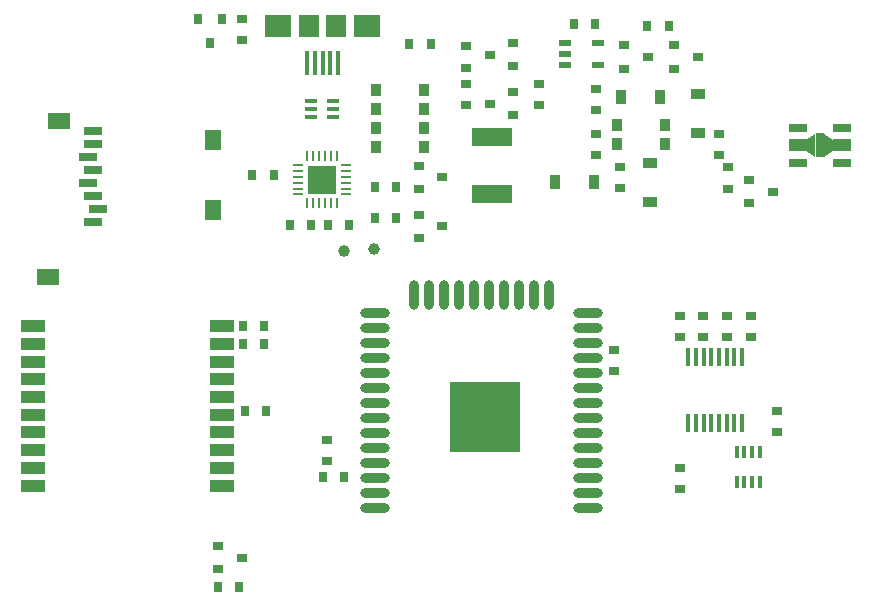
<source format=gbr>
G04 #@! TF.FileFunction,Paste,Top*
%FSLAX46Y46*%
G04 Gerber Fmt 4.6, Leading zero omitted, Abs format (unit mm)*
G04 Created by KiCad (PCBNEW 4.0.6) date 12/03/17 23:21:02*
%MOMM*%
%LPD*%
G01*
G04 APERTURE LIST*
%ADD10C,1.000000*%
%ADD11R,1.900000X1.400000*%
%ADD12R,1.400000X1.800000*%
%ADD13R,1.500000X0.700000*%
%ADD14R,0.350000X1.600000*%
%ADD15R,0.350000X1.000000*%
%ADD16C,1.000000*%
%ADD17O,2.500000X0.900000*%
%ADD18O,0.900000X2.500000*%
%ADD19R,6.000000X6.000000*%
%ADD20R,0.900000X0.700000*%
%ADD21R,0.700000X0.900000*%
%ADD22R,0.900000X0.800000*%
%ADD23R,0.900000X1.000000*%
%ADD24R,1.000000X0.400000*%
%ADD25R,0.400000X2.000000*%
%ADD26R,1.800000X1.900000*%
%ADD27R,2.300000X1.900000*%
%ADD28O,0.250000X1.000000*%
%ADD29O,1.000000X0.250000*%
%ADD30R,2.450000X2.450000*%
%ADD31R,0.900000X1.200000*%
%ADD32R,1.200000X0.900000*%
%ADD33R,3.500000X1.600000*%
%ADD34R,1.100000X0.600000*%
%ADD35R,1.500000X1.000000*%
%ADD36R,0.800000X2.000000*%
%ADD37R,2.000000X1.000000*%
%ADD38R,0.800000X0.900000*%
G04 APERTURE END LIST*
D10*
D11*
X53700000Y-59600000D03*
X52800000Y-72800000D03*
D12*
X66800000Y-61200000D03*
X66800000Y-67200000D03*
D13*
X56600000Y-60500000D03*
X56600000Y-61600000D03*
X56200000Y-62700000D03*
X56600000Y-63800000D03*
X56200000Y-64900000D03*
X56600000Y-66000000D03*
X57000000Y-67100000D03*
X56600000Y-68200000D03*
D14*
X111575000Y-85200000D03*
X111575000Y-79600000D03*
X110925000Y-85200000D03*
X110925000Y-79600000D03*
X110275000Y-85200000D03*
X110275000Y-79600000D03*
X109625000Y-85200000D03*
X109625000Y-79600000D03*
X108975000Y-85200000D03*
X108975000Y-79600000D03*
X108325000Y-85200000D03*
X108325000Y-79600000D03*
X107675000Y-85200000D03*
X107675000Y-79600000D03*
X107025000Y-85200000D03*
X107025000Y-79600000D03*
D15*
X113075000Y-90150000D03*
X112425000Y-90150000D03*
X111775000Y-90150000D03*
X111125000Y-90150000D03*
X111125000Y-87650000D03*
X111775000Y-87650000D03*
X112425000Y-87650000D03*
X113075000Y-87650000D03*
D16*
X80400000Y-70500000D03*
D17*
X80500000Y-92400000D03*
X80500000Y-91130000D03*
X80500000Y-89860000D03*
X80500000Y-88590000D03*
X80500000Y-87320000D03*
X80500000Y-86050000D03*
X80500000Y-84780000D03*
X80500000Y-83510000D03*
X80500000Y-82240000D03*
X80500000Y-80970000D03*
X80500000Y-79700000D03*
X80500000Y-78430000D03*
X80500000Y-77160000D03*
X80500000Y-75890000D03*
D18*
X83785000Y-74400000D03*
X85055000Y-74400000D03*
X86325000Y-74400000D03*
X87595000Y-74400000D03*
X88865000Y-74400000D03*
X90135000Y-74400000D03*
X91405000Y-74400000D03*
X92675000Y-74400000D03*
X93945000Y-74400000D03*
X95215000Y-74400000D03*
D17*
X98500000Y-75890000D03*
X98500000Y-77160000D03*
X98500000Y-78430000D03*
X98500000Y-79700000D03*
X98500000Y-80970000D03*
X98500000Y-82240000D03*
X98500000Y-83510000D03*
X98500000Y-84780000D03*
X98500000Y-86050000D03*
X98500000Y-87320000D03*
X98500000Y-88590000D03*
X98500000Y-89860000D03*
X98500000Y-91130000D03*
X98500000Y-92400000D03*
D19*
X89800000Y-84700000D03*
D20*
X100700000Y-79000000D03*
X100700000Y-80800000D03*
D21*
X67200000Y-99100000D03*
X69000000Y-99100000D03*
D22*
X67200000Y-95600000D03*
X67200000Y-97600000D03*
X69200000Y-96600000D03*
D23*
X80550000Y-57000000D03*
X84649999Y-57000000D03*
X84649999Y-58600000D03*
X80550000Y-58600000D03*
X84650000Y-61800000D03*
X80550001Y-61800000D03*
X80550001Y-60200000D03*
X84650000Y-60200000D03*
D16*
X77900000Y-70600000D03*
D24*
X75050000Y-58600000D03*
X76950000Y-59250000D03*
X76950000Y-57950000D03*
X76950000Y-58600000D03*
X75050000Y-57950000D03*
X75050000Y-59250000D03*
D25*
X77350000Y-54750000D03*
X76700000Y-54750000D03*
X76050000Y-54750000D03*
X75400000Y-54750000D03*
X74750000Y-54750000D03*
D26*
X77200000Y-51600000D03*
D27*
X79800000Y-51600000D03*
X72300000Y-51600000D03*
D26*
X74900000Y-51600000D03*
D28*
X77250000Y-62600000D03*
X76750000Y-62600000D03*
X76250000Y-62600000D03*
X75750000Y-62600000D03*
X75250000Y-62600000D03*
X74750000Y-62600000D03*
D29*
X74000000Y-63350000D03*
X74000000Y-63850000D03*
X74000000Y-64350000D03*
X74000000Y-64850000D03*
X74000000Y-65350000D03*
X74000000Y-65850000D03*
D28*
X74750000Y-66600000D03*
X75250000Y-66600000D03*
X75750000Y-66600000D03*
X76250000Y-66600000D03*
X76750000Y-66600000D03*
X77250000Y-66600000D03*
D29*
X78000000Y-65850000D03*
X78000000Y-65350000D03*
X78000000Y-64850000D03*
X78000000Y-64350000D03*
X78000000Y-63850000D03*
X78000000Y-63350000D03*
D30*
X76000000Y-64600000D03*
D31*
X99050000Y-64800000D03*
X95750000Y-64800000D03*
D32*
X107800000Y-60650000D03*
X107800000Y-57350000D03*
D33*
X90400000Y-60960000D03*
X90400000Y-65840000D03*
D34*
X96600000Y-53000000D03*
X96600000Y-53950000D03*
X96600000Y-54900000D03*
X99400000Y-54900000D03*
X99400000Y-53000000D03*
D10*
G36*
X118550000Y-60700000D02*
X119300000Y-61200000D01*
X119300000Y-62200000D01*
X118550000Y-62700000D01*
X118550000Y-60700000D01*
X118550000Y-60700000D01*
G37*
D13*
X120000000Y-60200000D03*
X120000000Y-63200000D03*
X116300000Y-60200000D03*
D35*
X116300000Y-61700000D03*
D13*
X116300000Y-63200000D03*
D35*
X120000000Y-61700000D03*
D10*
G36*
X117750000Y-62700000D02*
X117000000Y-62200000D01*
X117000000Y-61200000D01*
X117750000Y-60700000D01*
X117750000Y-62700000D01*
X117750000Y-62700000D01*
G37*
D36*
X118150000Y-61700000D03*
D23*
X105050000Y-61600000D03*
X100950001Y-61600000D03*
X100950001Y-60000000D03*
X105050000Y-60000000D03*
D37*
X67500000Y-77000000D03*
X67500000Y-78500000D03*
X67500000Y-80000000D03*
X67500000Y-81500000D03*
X67500000Y-83000000D03*
X67500000Y-84500000D03*
X67500000Y-86000000D03*
X67500000Y-87500000D03*
X67500000Y-89000000D03*
X67500000Y-90500000D03*
X67500000Y-90500000D03*
X67500000Y-89000000D03*
X67500000Y-87500000D03*
X67500000Y-86000000D03*
X67500000Y-84500000D03*
X67500000Y-83000000D03*
X67500000Y-81500000D03*
X67500000Y-80000000D03*
X67500000Y-78500000D03*
X67500000Y-77000000D03*
X51500000Y-77000000D03*
X51500000Y-78500000D03*
X51500000Y-80000000D03*
X51500000Y-81500000D03*
X51500000Y-83000000D03*
X51500000Y-84500000D03*
X51500000Y-86000000D03*
X51500000Y-87500000D03*
X51500000Y-89000000D03*
X51500000Y-90500000D03*
D31*
X101350000Y-57600000D03*
X104650000Y-57600000D03*
D32*
X103800000Y-63150000D03*
X103800000Y-66450000D03*
D20*
X109600000Y-60700000D03*
X109600000Y-62500000D03*
X69200000Y-52800000D03*
X69200000Y-51000000D03*
D21*
X71300000Y-84200000D03*
X69500000Y-84200000D03*
X71100000Y-77000000D03*
X69300000Y-77000000D03*
X71100000Y-78500000D03*
X69300000Y-78500000D03*
X105350000Y-51600000D03*
X103550000Y-51600000D03*
D20*
X99200000Y-60700000D03*
X99200000Y-62500000D03*
X94400000Y-58300000D03*
X94400000Y-56500000D03*
X88200000Y-53300000D03*
X88200000Y-55100000D03*
X88200000Y-58300000D03*
X88200000Y-56500000D03*
X106300000Y-77900000D03*
X106300000Y-76100000D03*
X110300000Y-77900000D03*
X110300000Y-76100000D03*
X112300000Y-77900000D03*
X112300000Y-76100000D03*
X108300000Y-77900000D03*
X108300000Y-76100000D03*
X106300000Y-89000000D03*
X106300000Y-90800000D03*
X76400000Y-88400000D03*
X76400000Y-86600000D03*
X114500000Y-84200000D03*
X114500000Y-86000000D03*
D21*
X76100000Y-89800000D03*
X77900000Y-89800000D03*
X85200000Y-53100000D03*
X83400000Y-53100000D03*
D20*
X99200000Y-56900000D03*
X99200000Y-58700000D03*
D21*
X97300000Y-51400000D03*
X99100000Y-51400000D03*
D20*
X101200000Y-63500000D03*
X101200000Y-65300000D03*
X110400000Y-65350000D03*
X110400000Y-63550000D03*
D21*
X71900000Y-64200000D03*
X70100000Y-64200000D03*
X76500000Y-68400000D03*
X78300000Y-68400000D03*
X75100000Y-68400000D03*
X73300000Y-68400000D03*
X80500000Y-65200000D03*
X82300000Y-65200000D03*
X82300000Y-67800000D03*
X80500000Y-67800000D03*
D38*
X67500000Y-51000000D03*
X65500000Y-51000000D03*
X66500000Y-53000000D03*
D22*
X101600000Y-53200000D03*
X101600000Y-55200000D03*
X103600000Y-54200000D03*
X105800000Y-53200000D03*
X105800000Y-55200000D03*
X107800000Y-54200000D03*
X112200000Y-64600000D03*
X112200000Y-66600000D03*
X114200000Y-65600000D03*
X92200000Y-55000000D03*
X92200000Y-53000000D03*
X90200000Y-54000000D03*
X92200000Y-59150000D03*
X92200000Y-57150000D03*
X90200000Y-58150000D03*
X84200000Y-67550000D03*
X84200000Y-69550000D03*
X86200000Y-68550000D03*
X84200000Y-63400000D03*
X84200000Y-65400000D03*
X86200000Y-64400000D03*
M02*

</source>
